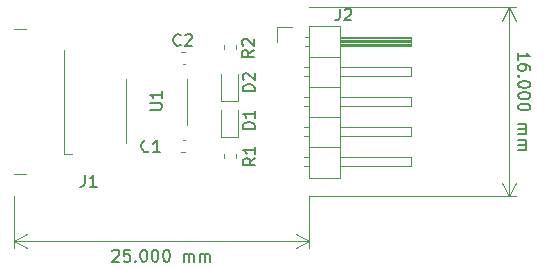
<source format=gto>
%TF.GenerationSoftware,KiCad,Pcbnew,(5.1.6)-1*%
%TF.CreationDate,2020-07-02T16:49:34+08:00*%
%TF.ProjectId,usb-ttl,7573622d-7474-46c2-9e6b-696361645f70,rev?*%
%TF.SameCoordinates,Original*%
%TF.FileFunction,Legend,Top*%
%TF.FilePolarity,Positive*%
%FSLAX46Y46*%
G04 Gerber Fmt 4.6, Leading zero omitted, Abs format (unit mm)*
G04 Created by KiCad (PCBNEW (5.1.6)-1) date 2020-07-02 16:49:34*
%MOMM*%
%LPD*%
G01*
G04 APERTURE LIST*
%ADD10C,0.150000*%
%ADD11C,0.120000*%
%ADD12R,2.600000X1.200000*%
%ADD13O,3.600000X2.000000*%
%ADD14C,1.200000*%
%ADD15O,1.800000X1.800000*%
%ADD16R,1.800000X1.800000*%
G04 APERTURE END LIST*
D10*
X142727619Y-88428571D02*
X142727619Y-87857142D01*
X142727619Y-88142857D02*
X143727619Y-88142857D01*
X143584761Y-88047619D01*
X143489523Y-87952380D01*
X143441904Y-87857142D01*
X143727619Y-89285714D02*
X143727619Y-89095238D01*
X143680000Y-89000000D01*
X143632380Y-88952380D01*
X143489523Y-88857142D01*
X143299047Y-88809523D01*
X142918095Y-88809523D01*
X142822857Y-88857142D01*
X142775238Y-88904761D01*
X142727619Y-89000000D01*
X142727619Y-89190476D01*
X142775238Y-89285714D01*
X142822857Y-89333333D01*
X142918095Y-89380952D01*
X143156190Y-89380952D01*
X143251428Y-89333333D01*
X143299047Y-89285714D01*
X143346666Y-89190476D01*
X143346666Y-89000000D01*
X143299047Y-88904761D01*
X143251428Y-88857142D01*
X143156190Y-88809523D01*
X142822857Y-89809523D02*
X142775238Y-89857142D01*
X142727619Y-89809523D01*
X142775238Y-89761904D01*
X142822857Y-89809523D01*
X142727619Y-89809523D01*
X143727619Y-90476190D02*
X143727619Y-90571428D01*
X143680000Y-90666666D01*
X143632380Y-90714285D01*
X143537142Y-90761904D01*
X143346666Y-90809523D01*
X143108571Y-90809523D01*
X142918095Y-90761904D01*
X142822857Y-90714285D01*
X142775238Y-90666666D01*
X142727619Y-90571428D01*
X142727619Y-90476190D01*
X142775238Y-90380952D01*
X142822857Y-90333333D01*
X142918095Y-90285714D01*
X143108571Y-90238095D01*
X143346666Y-90238095D01*
X143537142Y-90285714D01*
X143632380Y-90333333D01*
X143680000Y-90380952D01*
X143727619Y-90476190D01*
X143727619Y-91428571D02*
X143727619Y-91523809D01*
X143680000Y-91619047D01*
X143632380Y-91666666D01*
X143537142Y-91714285D01*
X143346666Y-91761904D01*
X143108571Y-91761904D01*
X142918095Y-91714285D01*
X142822857Y-91666666D01*
X142775238Y-91619047D01*
X142727619Y-91523809D01*
X142727619Y-91428571D01*
X142775238Y-91333333D01*
X142822857Y-91285714D01*
X142918095Y-91238095D01*
X143108571Y-91190476D01*
X143346666Y-91190476D01*
X143537142Y-91238095D01*
X143632380Y-91285714D01*
X143680000Y-91333333D01*
X143727619Y-91428571D01*
X143727619Y-92380952D02*
X143727619Y-92476190D01*
X143680000Y-92571428D01*
X143632380Y-92619047D01*
X143537142Y-92666666D01*
X143346666Y-92714285D01*
X143108571Y-92714285D01*
X142918095Y-92666666D01*
X142822857Y-92619047D01*
X142775238Y-92571428D01*
X142727619Y-92476190D01*
X142727619Y-92380952D01*
X142775238Y-92285714D01*
X142822857Y-92238095D01*
X142918095Y-92190476D01*
X143108571Y-92142857D01*
X143346666Y-92142857D01*
X143537142Y-92190476D01*
X143632380Y-92238095D01*
X143680000Y-92285714D01*
X143727619Y-92380952D01*
X142727619Y-93904761D02*
X143394285Y-93904761D01*
X143299047Y-93904761D02*
X143346666Y-93952380D01*
X143394285Y-94047619D01*
X143394285Y-94190476D01*
X143346666Y-94285714D01*
X143251428Y-94333333D01*
X142727619Y-94333333D01*
X143251428Y-94333333D02*
X143346666Y-94380952D01*
X143394285Y-94476190D01*
X143394285Y-94619047D01*
X143346666Y-94714285D01*
X143251428Y-94761904D01*
X142727619Y-94761904D01*
X142727619Y-95238095D02*
X143394285Y-95238095D01*
X143299047Y-95238095D02*
X143346666Y-95285714D01*
X143394285Y-95380952D01*
X143394285Y-95523809D01*
X143346666Y-95619047D01*
X143251428Y-95666666D01*
X142727619Y-95666666D01*
X143251428Y-95666666D02*
X143346666Y-95714285D01*
X143394285Y-95809523D01*
X143394285Y-95952380D01*
X143346666Y-96047619D01*
X143251428Y-96095238D01*
X142727619Y-96095238D01*
D11*
X141910000Y-84000000D02*
X141910000Y-100000000D01*
X125000000Y-84000000D02*
X142496421Y-84000000D01*
X125000000Y-100000000D02*
X142496421Y-100000000D01*
X141910000Y-100000000D02*
X141323579Y-98873496D01*
X141910000Y-100000000D02*
X142496421Y-98873496D01*
X141910000Y-84000000D02*
X141323579Y-85126504D01*
X141910000Y-84000000D02*
X142496421Y-85126504D01*
D10*
X108357142Y-104627618D02*
X108404761Y-104579999D01*
X108500000Y-104532379D01*
X108738095Y-104532379D01*
X108833333Y-104579999D01*
X108880952Y-104627618D01*
X108928571Y-104722856D01*
X108928571Y-104818094D01*
X108880952Y-104960951D01*
X108309523Y-105532379D01*
X108928571Y-105532379D01*
X109833333Y-104532379D02*
X109357142Y-104532379D01*
X109309523Y-105008570D01*
X109357142Y-104960951D01*
X109452380Y-104913332D01*
X109690476Y-104913332D01*
X109785714Y-104960951D01*
X109833333Y-105008570D01*
X109880952Y-105103808D01*
X109880952Y-105341903D01*
X109833333Y-105437141D01*
X109785714Y-105484760D01*
X109690476Y-105532379D01*
X109452380Y-105532379D01*
X109357142Y-105484760D01*
X109309523Y-105437141D01*
X110309523Y-105437141D02*
X110357142Y-105484760D01*
X110309523Y-105532379D01*
X110261904Y-105484760D01*
X110309523Y-105437141D01*
X110309523Y-105532379D01*
X110976190Y-104532379D02*
X111071428Y-104532379D01*
X111166666Y-104579999D01*
X111214285Y-104627618D01*
X111261904Y-104722856D01*
X111309523Y-104913332D01*
X111309523Y-105151427D01*
X111261904Y-105341903D01*
X111214285Y-105437141D01*
X111166666Y-105484760D01*
X111071428Y-105532379D01*
X110976190Y-105532379D01*
X110880952Y-105484760D01*
X110833333Y-105437141D01*
X110785714Y-105341903D01*
X110738095Y-105151427D01*
X110738095Y-104913332D01*
X110785714Y-104722856D01*
X110833333Y-104627618D01*
X110880952Y-104579999D01*
X110976190Y-104532379D01*
X111928571Y-104532379D02*
X112023809Y-104532379D01*
X112119047Y-104579999D01*
X112166666Y-104627618D01*
X112214285Y-104722856D01*
X112261904Y-104913332D01*
X112261904Y-105151427D01*
X112214285Y-105341903D01*
X112166666Y-105437141D01*
X112119047Y-105484760D01*
X112023809Y-105532379D01*
X111928571Y-105532379D01*
X111833333Y-105484760D01*
X111785714Y-105437141D01*
X111738095Y-105341903D01*
X111690476Y-105151427D01*
X111690476Y-104913332D01*
X111738095Y-104722856D01*
X111785714Y-104627618D01*
X111833333Y-104579999D01*
X111928571Y-104532379D01*
X112880952Y-104532379D02*
X112976190Y-104532379D01*
X113071428Y-104579999D01*
X113119047Y-104627618D01*
X113166666Y-104722856D01*
X113214285Y-104913332D01*
X113214285Y-105151427D01*
X113166666Y-105341903D01*
X113119047Y-105437141D01*
X113071428Y-105484760D01*
X112976190Y-105532379D01*
X112880952Y-105532379D01*
X112785714Y-105484760D01*
X112738095Y-105437141D01*
X112690476Y-105341903D01*
X112642857Y-105151427D01*
X112642857Y-104913332D01*
X112690476Y-104722856D01*
X112738095Y-104627618D01*
X112785714Y-104579999D01*
X112880952Y-104532379D01*
X114404761Y-105532379D02*
X114404761Y-104865713D01*
X114404761Y-104960951D02*
X114452380Y-104913332D01*
X114547619Y-104865713D01*
X114690476Y-104865713D01*
X114785714Y-104913332D01*
X114833333Y-105008570D01*
X114833333Y-105532379D01*
X114833333Y-105008570D02*
X114880952Y-104913332D01*
X114976190Y-104865713D01*
X115119047Y-104865713D01*
X115214285Y-104913332D01*
X115261904Y-105008570D01*
X115261904Y-105532379D01*
X115738095Y-105532379D02*
X115738095Y-104865713D01*
X115738095Y-104960951D02*
X115785714Y-104913332D01*
X115880952Y-104865713D01*
X116023809Y-104865713D01*
X116119047Y-104913332D01*
X116166666Y-105008570D01*
X116166666Y-105532379D01*
X116166666Y-105008570D02*
X116214285Y-104913332D01*
X116309523Y-104865713D01*
X116452380Y-104865713D01*
X116547619Y-104913332D01*
X116595238Y-105008570D01*
X116595238Y-105532379D01*
D11*
X100000000Y-103809999D02*
X125000000Y-103809999D01*
X100000000Y-100000000D02*
X100000000Y-104396420D01*
X125000000Y-100000000D02*
X125000000Y-104396420D01*
X125000000Y-103809999D02*
X123873496Y-104396420D01*
X125000000Y-103809999D02*
X123873496Y-103223578D01*
X100000000Y-103809999D02*
X101126504Y-104396420D01*
X100000000Y-103809999D02*
X101126504Y-103223578D01*
%TO.C,J1*%
X104220000Y-96400000D02*
X104975000Y-96400000D01*
X101050000Y-85855000D02*
X100000000Y-85855000D01*
X101050000Y-98145000D02*
X100000000Y-98145000D01*
X104220000Y-96400000D02*
X104220000Y-87600000D01*
%TO.C,J2*%
X122280000Y-85650000D02*
X123550000Y-85650000D01*
X122280000Y-86920000D02*
X122280000Y-85650000D01*
X124592929Y-97460000D02*
X124990000Y-97460000D01*
X124592929Y-96700000D02*
X124990000Y-96700000D01*
X133650000Y-97460000D02*
X127650000Y-97460000D01*
X133650000Y-96700000D02*
X133650000Y-97460000D01*
X127650000Y-96700000D02*
X133650000Y-96700000D01*
X124990000Y-95810000D02*
X127650000Y-95810000D01*
X124592929Y-94920000D02*
X124990000Y-94920000D01*
X124592929Y-94160000D02*
X124990000Y-94160000D01*
X133650000Y-94920000D02*
X127650000Y-94920000D01*
X133650000Y-94160000D02*
X133650000Y-94920000D01*
X127650000Y-94160000D02*
X133650000Y-94160000D01*
X124990000Y-93270000D02*
X127650000Y-93270000D01*
X124592929Y-92380000D02*
X124990000Y-92380000D01*
X124592929Y-91620000D02*
X124990000Y-91620000D01*
X133650000Y-92380000D02*
X127650000Y-92380000D01*
X133650000Y-91620000D02*
X133650000Y-92380000D01*
X127650000Y-91620000D02*
X133650000Y-91620000D01*
X124990000Y-90730000D02*
X127650000Y-90730000D01*
X124592929Y-89840000D02*
X124990000Y-89840000D01*
X124592929Y-89080000D02*
X124990000Y-89080000D01*
X133650000Y-89840000D02*
X127650000Y-89840000D01*
X133650000Y-89080000D02*
X133650000Y-89840000D01*
X127650000Y-89080000D02*
X133650000Y-89080000D01*
X124990000Y-88190000D02*
X127650000Y-88190000D01*
X124660000Y-87300000D02*
X124990000Y-87300000D01*
X124660000Y-86540000D02*
X124990000Y-86540000D01*
X127650000Y-87200000D02*
X133650000Y-87200000D01*
X127650000Y-87080000D02*
X133650000Y-87080000D01*
X127650000Y-86960000D02*
X133650000Y-86960000D01*
X127650000Y-86840000D02*
X133650000Y-86840000D01*
X127650000Y-86720000D02*
X133650000Y-86720000D01*
X127650000Y-86600000D02*
X133650000Y-86600000D01*
X133650000Y-87300000D02*
X127650000Y-87300000D01*
X133650000Y-86540000D02*
X133650000Y-87300000D01*
X127650000Y-86540000D02*
X133650000Y-86540000D01*
X127650000Y-85590000D02*
X124990000Y-85590000D01*
X127650000Y-98410000D02*
X127650000Y-85590000D01*
X124990000Y-98410000D02*
X127650000Y-98410000D01*
X124990000Y-85590000D02*
X124990000Y-98410000D01*
%TO.C,U1*%
X114660000Y-92000000D02*
X114660000Y-90050000D01*
X114660000Y-92000000D02*
X114660000Y-93950000D01*
X109540000Y-92000000D02*
X109540000Y-90050000D01*
X109540000Y-92000000D02*
X109540000Y-95450000D01*
%TO.C,R2*%
X118810000Y-87525279D02*
X118810000Y-87199721D01*
X117790000Y-87525279D02*
X117790000Y-87199721D01*
%TO.C,R1*%
X118810000Y-96762779D02*
X118810000Y-96437221D01*
X117790000Y-96762779D02*
X117790000Y-96437221D01*
%TO.C,D2*%
X119035000Y-91897500D02*
X119035000Y-89612500D01*
X117565000Y-91897500D02*
X119035000Y-91897500D01*
X117565000Y-89612500D02*
X117565000Y-91897500D01*
%TO.C,D1*%
X119035000Y-94997500D02*
X119035000Y-92712500D01*
X117565000Y-94997500D02*
X119035000Y-94997500D01*
X117565000Y-92712500D02*
X117565000Y-94997500D01*
%TO.C,C2*%
X114149721Y-88760000D02*
X114475279Y-88760000D01*
X114149721Y-87740000D02*
X114475279Y-87740000D01*
%TO.C,C1*%
X114149721Y-96210000D02*
X114475279Y-96210000D01*
X114149721Y-95190000D02*
X114475279Y-95190000D01*
%TO.C,J1*%
D10*
X106016666Y-98182380D02*
X106016666Y-98896666D01*
X105969047Y-99039523D01*
X105873809Y-99134761D01*
X105730952Y-99182380D01*
X105635714Y-99182380D01*
X107016666Y-99182380D02*
X106445238Y-99182380D01*
X106730952Y-99182380D02*
X106730952Y-98182380D01*
X106635714Y-98325238D01*
X106540476Y-98420476D01*
X106445238Y-98468095D01*
%TO.C,J2*%
X127601666Y-84102380D02*
X127601666Y-84816666D01*
X127554047Y-84959523D01*
X127458809Y-85054761D01*
X127315952Y-85102380D01*
X127220714Y-85102380D01*
X128030238Y-84197619D02*
X128077857Y-84150000D01*
X128173095Y-84102380D01*
X128411190Y-84102380D01*
X128506428Y-84150000D01*
X128554047Y-84197619D01*
X128601666Y-84292857D01*
X128601666Y-84388095D01*
X128554047Y-84530952D01*
X127982619Y-85102380D01*
X128601666Y-85102380D01*
%TO.C,U1*%
X111552380Y-92661904D02*
X112361904Y-92661904D01*
X112457142Y-92614285D01*
X112504761Y-92566666D01*
X112552380Y-92471428D01*
X112552380Y-92280952D01*
X112504761Y-92185714D01*
X112457142Y-92138095D01*
X112361904Y-92090476D01*
X111552380Y-92090476D01*
X112552380Y-91090476D02*
X112552380Y-91661904D01*
X112552380Y-91376190D02*
X111552380Y-91376190D01*
X111695238Y-91471428D01*
X111790476Y-91566666D01*
X111838095Y-91661904D01*
%TO.C,R2*%
X120352380Y-87616666D02*
X119876190Y-87950000D01*
X120352380Y-88188095D02*
X119352380Y-88188095D01*
X119352380Y-87807142D01*
X119400000Y-87711904D01*
X119447619Y-87664285D01*
X119542857Y-87616666D01*
X119685714Y-87616666D01*
X119780952Y-87664285D01*
X119828571Y-87711904D01*
X119876190Y-87807142D01*
X119876190Y-88188095D01*
X119447619Y-87235714D02*
X119400000Y-87188095D01*
X119352380Y-87092857D01*
X119352380Y-86854761D01*
X119400000Y-86759523D01*
X119447619Y-86711904D01*
X119542857Y-86664285D01*
X119638095Y-86664285D01*
X119780952Y-86711904D01*
X120352380Y-87283333D01*
X120352380Y-86664285D01*
%TO.C,R1*%
X120452380Y-96766666D02*
X119976190Y-97100000D01*
X120452380Y-97338095D02*
X119452380Y-97338095D01*
X119452380Y-96957142D01*
X119500000Y-96861904D01*
X119547619Y-96814285D01*
X119642857Y-96766666D01*
X119785714Y-96766666D01*
X119880952Y-96814285D01*
X119928571Y-96861904D01*
X119976190Y-96957142D01*
X119976190Y-97338095D01*
X120452380Y-95814285D02*
X120452380Y-96385714D01*
X120452380Y-96100000D02*
X119452380Y-96100000D01*
X119595238Y-96195238D01*
X119690476Y-96290476D01*
X119738095Y-96385714D01*
%TO.C,D2*%
X120402380Y-91088095D02*
X119402380Y-91088095D01*
X119402380Y-90850000D01*
X119450000Y-90707142D01*
X119545238Y-90611904D01*
X119640476Y-90564285D01*
X119830952Y-90516666D01*
X119973809Y-90516666D01*
X120164285Y-90564285D01*
X120259523Y-90611904D01*
X120354761Y-90707142D01*
X120402380Y-90850000D01*
X120402380Y-91088095D01*
X119497619Y-90135714D02*
X119450000Y-90088095D01*
X119402380Y-89992857D01*
X119402380Y-89754761D01*
X119450000Y-89659523D01*
X119497619Y-89611904D01*
X119592857Y-89564285D01*
X119688095Y-89564285D01*
X119830952Y-89611904D01*
X120402380Y-90183333D01*
X120402380Y-89564285D01*
%TO.C,D1*%
X120402380Y-94288095D02*
X119402380Y-94288095D01*
X119402380Y-94050000D01*
X119450000Y-93907142D01*
X119545238Y-93811904D01*
X119640476Y-93764285D01*
X119830952Y-93716666D01*
X119973809Y-93716666D01*
X120164285Y-93764285D01*
X120259523Y-93811904D01*
X120354761Y-93907142D01*
X120402380Y-94050000D01*
X120402380Y-94288095D01*
X120402380Y-92764285D02*
X120402380Y-93335714D01*
X120402380Y-93050000D02*
X119402380Y-93050000D01*
X119545238Y-93145238D01*
X119640476Y-93240476D01*
X119688095Y-93335714D01*
%TO.C,C2*%
X114145833Y-87177142D02*
X114098214Y-87224761D01*
X113955357Y-87272380D01*
X113860119Y-87272380D01*
X113717261Y-87224761D01*
X113622023Y-87129523D01*
X113574404Y-87034285D01*
X113526785Y-86843809D01*
X113526785Y-86700952D01*
X113574404Y-86510476D01*
X113622023Y-86415238D01*
X113717261Y-86320000D01*
X113860119Y-86272380D01*
X113955357Y-86272380D01*
X114098214Y-86320000D01*
X114145833Y-86367619D01*
X114526785Y-86367619D02*
X114574404Y-86320000D01*
X114669642Y-86272380D01*
X114907738Y-86272380D01*
X115002976Y-86320000D01*
X115050595Y-86367619D01*
X115098214Y-86462857D01*
X115098214Y-86558095D01*
X115050595Y-86700952D01*
X114479166Y-87272380D01*
X115098214Y-87272380D01*
%TO.C,C1*%
X111433333Y-96157142D02*
X111385714Y-96204761D01*
X111242857Y-96252380D01*
X111147619Y-96252380D01*
X111004761Y-96204761D01*
X110909523Y-96109523D01*
X110861904Y-96014285D01*
X110814285Y-95823809D01*
X110814285Y-95680952D01*
X110861904Y-95490476D01*
X110909523Y-95395238D01*
X111004761Y-95300000D01*
X111147619Y-95252380D01*
X111242857Y-95252380D01*
X111385714Y-95300000D01*
X111433333Y-95347619D01*
X112385714Y-96252380D02*
X111814285Y-96252380D01*
X112100000Y-96252380D02*
X112100000Y-95252380D01*
X112004761Y-95395238D01*
X111909523Y-95490476D01*
X111814285Y-95538095D01*
%TD*%
%LPC*%
D12*
%TO.C,J1*%
X105850000Y-93000000D03*
X105850000Y-91000000D03*
X105850000Y-95500000D03*
X105850000Y-88500000D03*
D13*
X103100000Y-97700000D03*
X103100000Y-86300000D03*
D14*
X103100000Y-94300000D03*
X103100000Y-89700000D03*
%TD*%
D15*
%TO.C,J2*%
X123550000Y-97080000D03*
X123550000Y-94540000D03*
X123550000Y-92000000D03*
X123550000Y-89460000D03*
D16*
X123550000Y-86920000D03*
%TD*%
%TO.C,U1*%
G36*
G01*
X110370000Y-90550000D02*
X110020000Y-90550000D01*
G75*
G02*
X109845000Y-90375000I0J175000D01*
G01*
X109845000Y-88675000D01*
G75*
G02*
X110020000Y-88500000I175000J0D01*
G01*
X110370000Y-88500000D01*
G75*
G02*
X110545000Y-88675000I0J-175000D01*
G01*
X110545000Y-90375000D01*
G75*
G02*
X110370000Y-90550000I-175000J0D01*
G01*
G37*
G36*
G01*
X111640000Y-90550000D02*
X111290000Y-90550000D01*
G75*
G02*
X111115000Y-90375000I0J175000D01*
G01*
X111115000Y-88675000D01*
G75*
G02*
X111290000Y-88500000I175000J0D01*
G01*
X111640000Y-88500000D01*
G75*
G02*
X111815000Y-88675000I0J-175000D01*
G01*
X111815000Y-90375000D01*
G75*
G02*
X111640000Y-90550000I-175000J0D01*
G01*
G37*
G36*
G01*
X112910000Y-90550000D02*
X112560000Y-90550000D01*
G75*
G02*
X112385000Y-90375000I0J175000D01*
G01*
X112385000Y-88675000D01*
G75*
G02*
X112560000Y-88500000I175000J0D01*
G01*
X112910000Y-88500000D01*
G75*
G02*
X113085000Y-88675000I0J-175000D01*
G01*
X113085000Y-90375000D01*
G75*
G02*
X112910000Y-90550000I-175000J0D01*
G01*
G37*
G36*
G01*
X114180000Y-90550000D02*
X113830000Y-90550000D01*
G75*
G02*
X113655000Y-90375000I0J175000D01*
G01*
X113655000Y-88675000D01*
G75*
G02*
X113830000Y-88500000I175000J0D01*
G01*
X114180000Y-88500000D01*
G75*
G02*
X114355000Y-88675000I0J-175000D01*
G01*
X114355000Y-90375000D01*
G75*
G02*
X114180000Y-90550000I-175000J0D01*
G01*
G37*
G36*
G01*
X114180000Y-95500000D02*
X113830000Y-95500000D01*
G75*
G02*
X113655000Y-95325000I0J175000D01*
G01*
X113655000Y-93625000D01*
G75*
G02*
X113830000Y-93450000I175000J0D01*
G01*
X114180000Y-93450000D01*
G75*
G02*
X114355000Y-93625000I0J-175000D01*
G01*
X114355000Y-95325000D01*
G75*
G02*
X114180000Y-95500000I-175000J0D01*
G01*
G37*
G36*
G01*
X112910000Y-95500000D02*
X112560000Y-95500000D01*
G75*
G02*
X112385000Y-95325000I0J175000D01*
G01*
X112385000Y-93625000D01*
G75*
G02*
X112560000Y-93450000I175000J0D01*
G01*
X112910000Y-93450000D01*
G75*
G02*
X113085000Y-93625000I0J-175000D01*
G01*
X113085000Y-95325000D01*
G75*
G02*
X112910000Y-95500000I-175000J0D01*
G01*
G37*
G36*
G01*
X111640000Y-95500000D02*
X111290000Y-95500000D01*
G75*
G02*
X111115000Y-95325000I0J175000D01*
G01*
X111115000Y-93625000D01*
G75*
G02*
X111290000Y-93450000I175000J0D01*
G01*
X111640000Y-93450000D01*
G75*
G02*
X111815000Y-93625000I0J-175000D01*
G01*
X111815000Y-95325000D01*
G75*
G02*
X111640000Y-95500000I-175000J0D01*
G01*
G37*
G36*
G01*
X110370000Y-95500000D02*
X110020000Y-95500000D01*
G75*
G02*
X109845000Y-95325000I0J175000D01*
G01*
X109845000Y-93625000D01*
G75*
G02*
X110020000Y-93450000I175000J0D01*
G01*
X110370000Y-93450000D01*
G75*
G02*
X110545000Y-93625000I0J-175000D01*
G01*
X110545000Y-95325000D01*
G75*
G02*
X110370000Y-95500000I-175000J0D01*
G01*
G37*
%TD*%
%TO.C,R2*%
G36*
G01*
X118581250Y-88637500D02*
X118018750Y-88637500D01*
G75*
G02*
X117775000Y-88393750I0J243750D01*
G01*
X117775000Y-87906250D01*
G75*
G02*
X118018750Y-87662500I243750J0D01*
G01*
X118581250Y-87662500D01*
G75*
G02*
X118825000Y-87906250I0J-243750D01*
G01*
X118825000Y-88393750D01*
G75*
G02*
X118581250Y-88637500I-243750J0D01*
G01*
G37*
G36*
G01*
X118581250Y-87062500D02*
X118018750Y-87062500D01*
G75*
G02*
X117775000Y-86818750I0J243750D01*
G01*
X117775000Y-86331250D01*
G75*
G02*
X118018750Y-86087500I243750J0D01*
G01*
X118581250Y-86087500D01*
G75*
G02*
X118825000Y-86331250I0J-243750D01*
G01*
X118825000Y-86818750D01*
G75*
G02*
X118581250Y-87062500I-243750J0D01*
G01*
G37*
%TD*%
%TO.C,R1*%
G36*
G01*
X118581250Y-97875000D02*
X118018750Y-97875000D01*
G75*
G02*
X117775000Y-97631250I0J243750D01*
G01*
X117775000Y-97143750D01*
G75*
G02*
X118018750Y-96900000I243750J0D01*
G01*
X118581250Y-96900000D01*
G75*
G02*
X118825000Y-97143750I0J-243750D01*
G01*
X118825000Y-97631250D01*
G75*
G02*
X118581250Y-97875000I-243750J0D01*
G01*
G37*
G36*
G01*
X118581250Y-96300000D02*
X118018750Y-96300000D01*
G75*
G02*
X117775000Y-96056250I0J243750D01*
G01*
X117775000Y-95568750D01*
G75*
G02*
X118018750Y-95325000I243750J0D01*
G01*
X118581250Y-95325000D01*
G75*
G02*
X118825000Y-95568750I0J-243750D01*
G01*
X118825000Y-96056250D01*
G75*
G02*
X118581250Y-96300000I-243750J0D01*
G01*
G37*
%TD*%
%TO.C,D2*%
G36*
G01*
X118581250Y-91687500D02*
X118018750Y-91687500D01*
G75*
G02*
X117775000Y-91443750I0J243750D01*
G01*
X117775000Y-90956250D01*
G75*
G02*
X118018750Y-90712500I243750J0D01*
G01*
X118581250Y-90712500D01*
G75*
G02*
X118825000Y-90956250I0J-243750D01*
G01*
X118825000Y-91443750D01*
G75*
G02*
X118581250Y-91687500I-243750J0D01*
G01*
G37*
G36*
G01*
X118581250Y-90112500D02*
X118018750Y-90112500D01*
G75*
G02*
X117775000Y-89868750I0J243750D01*
G01*
X117775000Y-89381250D01*
G75*
G02*
X118018750Y-89137500I243750J0D01*
G01*
X118581250Y-89137500D01*
G75*
G02*
X118825000Y-89381250I0J-243750D01*
G01*
X118825000Y-89868750D01*
G75*
G02*
X118581250Y-90112500I-243750J0D01*
G01*
G37*
%TD*%
%TO.C,D1*%
G36*
G01*
X118581250Y-94787500D02*
X118018750Y-94787500D01*
G75*
G02*
X117775000Y-94543750I0J243750D01*
G01*
X117775000Y-94056250D01*
G75*
G02*
X118018750Y-93812500I243750J0D01*
G01*
X118581250Y-93812500D01*
G75*
G02*
X118825000Y-94056250I0J-243750D01*
G01*
X118825000Y-94543750D01*
G75*
G02*
X118581250Y-94787500I-243750J0D01*
G01*
G37*
G36*
G01*
X118581250Y-93212500D02*
X118018750Y-93212500D01*
G75*
G02*
X117775000Y-92968750I0J243750D01*
G01*
X117775000Y-92481250D01*
G75*
G02*
X118018750Y-92237500I243750J0D01*
G01*
X118581250Y-92237500D01*
G75*
G02*
X118825000Y-92481250I0J-243750D01*
G01*
X118825000Y-92968750D01*
G75*
G02*
X118581250Y-93212500I-243750J0D01*
G01*
G37*
%TD*%
%TO.C,C2*%
G36*
G01*
X113037500Y-88531250D02*
X113037500Y-87968750D01*
G75*
G02*
X113281250Y-87725000I243750J0D01*
G01*
X113768750Y-87725000D01*
G75*
G02*
X114012500Y-87968750I0J-243750D01*
G01*
X114012500Y-88531250D01*
G75*
G02*
X113768750Y-88775000I-243750J0D01*
G01*
X113281250Y-88775000D01*
G75*
G02*
X113037500Y-88531250I0J243750D01*
G01*
G37*
G36*
G01*
X114612500Y-88531250D02*
X114612500Y-87968750D01*
G75*
G02*
X114856250Y-87725000I243750J0D01*
G01*
X115343750Y-87725000D01*
G75*
G02*
X115587500Y-87968750I0J-243750D01*
G01*
X115587500Y-88531250D01*
G75*
G02*
X115343750Y-88775000I-243750J0D01*
G01*
X114856250Y-88775000D01*
G75*
G02*
X114612500Y-88531250I0J243750D01*
G01*
G37*
%TD*%
%TO.C,C1*%
G36*
G01*
X113037500Y-95981250D02*
X113037500Y-95418750D01*
G75*
G02*
X113281250Y-95175000I243750J0D01*
G01*
X113768750Y-95175000D01*
G75*
G02*
X114012500Y-95418750I0J-243750D01*
G01*
X114012500Y-95981250D01*
G75*
G02*
X113768750Y-96225000I-243750J0D01*
G01*
X113281250Y-96225000D01*
G75*
G02*
X113037500Y-95981250I0J243750D01*
G01*
G37*
G36*
G01*
X114612500Y-95981250D02*
X114612500Y-95418750D01*
G75*
G02*
X114856250Y-95175000I243750J0D01*
G01*
X115343750Y-95175000D01*
G75*
G02*
X115587500Y-95418750I0J-243750D01*
G01*
X115587500Y-95981250D01*
G75*
G02*
X115343750Y-96225000I-243750J0D01*
G01*
X114856250Y-96225000D01*
G75*
G02*
X114612500Y-95981250I0J243750D01*
G01*
G37*
%TD*%
M02*

</source>
